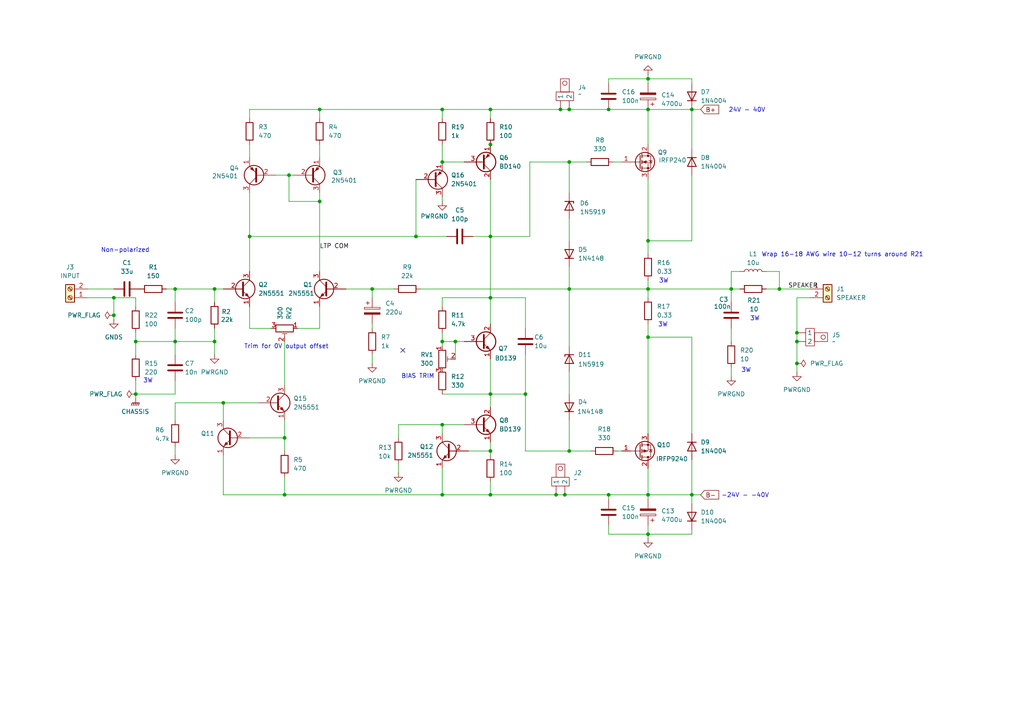
<source format=kicad_sch>
(kicad_sch (version 20231120) (generator "eeschema") (generator_version "8.0")
  (paper "A4")
  (lib_symbols
    (symbol "Connector:Screw_Terminal_01x02" (pin_names (offset 1.016) hide)
      (property "Reference" "J" (at 0 2.54 0))
      (property "Value" "Screw_Terminal_01x02" (at 0 -5.08 0))
      (symbol "Screw_Terminal_01x02_1_1"
        (rectangle (start -1.27 1.27) (end 1.27 -3.81) (stroke (width 0.254)) (fill (type background)))
        (circle (center 0 -2.54) (radius 0.635) (stroke (width 0.1524)))
        (polyline (pts (xy -0.5334 -2.2098) (xy 0.3302 -3.048)) (stroke (width 0.1524)))
        (polyline (pts (xy -0.5334 0.3302) (xy 0.3302 -0.508)) (stroke (width 0.1524)))
        (polyline (pts (xy -0.3556 -2.032) (xy 0.508 -2.8702)) (stroke (width 0.1524)))
        (polyline (pts (xy -0.3556 0.508) (xy 0.508 -0.3302)) (stroke (width 0.1524)))
        (circle (center 0 0) (radius 0.635) (stroke (width 0.1524)))
        (pin passive line (at -5.08 0 0) (length 3.81) (name "Pin_1") (number "1"))
        (pin passive line (at -5.08 -2.54 0) (length 3.81) (name "Pin_2") (number "2"))
      )
    )
    (symbol "Custom:2N5401" (pin_names (offset 0) hide)
      (property "Reference" "Q" (at 5.08 1.905 0))
      (property "Value" "2N5401" (at 5.08 0 0))
      (symbol "2N5401_0_1"
        (polyline (pts (xy 0.635 0.635) (xy 2.54 2.54)))
        (polyline (pts (xy 0.635 -0.635) (xy 2.54 -2.54) (xy 2.54 -2.54)))
        (polyline (pts (xy 0.635 1.905) (xy 0.635 -1.905) (xy 0.635 -1.905)) (stroke (width 0.508)))
        (polyline (pts (xy 2.286 -1.778) (xy 1.778 -2.286) (xy 1.27 -1.27) (xy 2.286 -1.778) (xy 2.286 -1.778)) (fill (type outline)))
        (circle (center 1.27 0) (radius 2.8194) (stroke (width 0.254)))
      )
      (symbol "2N5401_1_1"
        (pin passive line (at 2.54 -5.08 90) (length 2.54) (name "E") (number "1"))
        (pin input line (at -5.08 0 0) (length 5.715) (name "B") (number "2"))
        (pin passive line (at 2.54 5.08 270) (length 2.54) (name "C") (number "3"))
      )
    )
    (symbol "Custom:2N5551" (pin_names (offset 0) hide)
      (property "Reference" "Q" (at 5.08 1.905 0))
      (property "Value" "2N5551" (at 5.08 0 0))
      (symbol "2N5551_0_1"
        (polyline (pts (xy 0.635 0.635) (xy 2.54 2.54)))
        (polyline (pts (xy 0.635 -0.635) (xy 2.54 -2.54) (xy 2.54 -2.54)))
        (polyline (pts (xy 0.635 1.905) (xy 0.635 -1.905) (xy 0.635 -1.905)) (stroke (width 0.508)))
        (polyline (pts (xy 1.27 -1.778) (xy 1.778 -1.27) (xy 2.286 -2.286) (xy 1.27 -1.778) (xy 1.27 -1.778)) (fill (type outline)))
        (circle (center 1.27 0) (radius 2.8194) (stroke (width 0.254)))
      )
      (symbol "2N5551_1_1"
        (pin passive line (at 2.54 -5.08 90) (length 2.54) (name "E") (number "1"))
        (pin passive line (at -5.08 0 0) (length 5.715) (name "B") (number "2"))
        (pin passive line (at 2.54 5.08 270) (length 2.54) (name "C") (number "3"))
      )
    )
    (symbol "Custom:IRFP240" (pin_names hide)
      (property "Reference" "Q" (at 5.08 1.905 0))
      (property "Value" "IRFP240" (at 5.08 0 0))
      (symbol "IRFP240_0_1"
        (polyline (pts (xy 0.254 0) (xy -2.54 0)))
        (polyline (pts (xy 0.254 1.905) (xy 0.254 -1.905)) (stroke (width 0.254)))
        (polyline (pts (xy 0.762 -1.27) (xy 0.762 -2.286)) (stroke (width 0.254)))
        (polyline (pts (xy 0.762 0.508) (xy 0.762 -0.508)) (stroke (width 0.254)))
        (polyline (pts (xy 0.762 2.286) (xy 0.762 1.27)) (stroke (width 0.254)))
        (polyline (pts (xy 2.54 2.54) (xy 2.54 1.778)))
        (polyline (pts (xy 2.54 -2.54) (xy 2.54 0) (xy 0.762 0)))
        (polyline (pts (xy 0.762 -1.778) (xy 3.302 -1.778) (xy 3.302 1.778) (xy 0.762 1.778)))
        (polyline (pts (xy 1.016 0) (xy 2.032 0.381) (xy 2.032 -0.381) (xy 1.016 0)) (fill (type outline)))
        (polyline (pts (xy 2.794 0.508) (xy 2.921 0.381) (xy 3.683 0.381) (xy 3.81 0.254)))
        (polyline (pts (xy 3.302 0.381) (xy 2.921 -0.254) (xy 3.683 -0.254) (xy 3.302 0.381)))
        (circle (center 1.651 0) (radius 2.794) (stroke (width 0.254)))
        (circle (center 2.54 -1.778) (radius 0.254) (fill (type outline)))
        (circle (center 2.54 1.778) (radius 0.254) (fill (type outline)))
      )
      (symbol "IRFP240_1_1"
        (pin input line (at -5.08 0 0) (length 2.54) (name "G") (number "1"))
        (pin passive line (at 2.54 5.08 270) (length 2.54) (name "D") (number "2"))
        (pin passive line (at 2.54 -5.08 90) (length 2.54) (name "S") (number "3"))
      )
    )
    (symbol "Custom:IRFP9240" (pin_names hide)
      (property "Reference" "Q" (at 5.08 1.905 0))
      (property "Value" "IRFP9240" (at 5.08 0 0))
      (symbol "IRFP9240_0_1"
        (polyline (pts (xy 0.254 0) (xy -2.54 0)))
        (polyline (pts (xy 0.254 1.905) (xy 0.254 -1.905)) (stroke (width 0.254)))
        (polyline (pts (xy 0.762 -1.27) (xy 0.762 -2.286)) (stroke (width 0.254)))
        (polyline (pts (xy 0.762 0.508) (xy 0.762 -0.508)) (stroke (width 0.254)))
        (polyline (pts (xy 0.762 2.286) (xy 0.762 1.27)) (stroke (width 0.254)))
        (polyline (pts (xy 2.54 2.54) (xy 2.54 1.778)))
        (polyline (pts (xy 2.54 -2.54) (xy 2.54 0) (xy 0.762 0)))
        (polyline (pts (xy 0.762 1.778) (xy 3.302 1.778) (xy 3.302 -1.778) (xy 0.762 -1.778)))
        (polyline (pts (xy 2.286 0) (xy 1.27 0.381) (xy 1.27 -0.381) (xy 2.286 0)) (fill (type outline)))
        (polyline (pts (xy 2.794 -0.508) (xy 2.921 -0.381) (xy 3.683 -0.381) (xy 3.81 -0.254)))
        (polyline (pts (xy 3.302 -0.381) (xy 2.921 0.254) (xy 3.683 0.254) (xy 3.302 -0.381)))
        (circle (center 1.651 0) (radius 2.794) (stroke (width 0.254)))
        (circle (center 2.54 -1.778) (radius 0.254) (fill (type outline)))
        (circle (center 2.54 1.778) (radius 0.254) (fill (type outline)))
      )
      (symbol "IRFP9240_1_1"
        (pin input line (at -5.08 0 0) (length 2.54) (name "G") (number "1"))
        (pin passive line (at 2.54 5.08 270) (length 2.54) (name "D") (number "2"))
        (pin passive line (at 2.54 -5.08 90) (length 2.54) (name "S") (number "3"))
      )
    )
    (symbol "Custom:Spade_Connector" (pin_numbers hide)
      (property "Reference" "J" (at 0 2.54 0))
      (symbol "Spade_Connector_0_1"
        (rectangle (start -2.54 0) (end 0 -5.08))
        (rectangle (start 0 -1.27) (end 3.81 -3.81))
        (circle (center 2.54 -2.54) (radius 0.635))
      )
      (symbol "Spade_Connector_1_1"
        (pin passive line (at -5.08 -1.27 0) (length 2.54) (name "1") (number "1"))
        (pin passive line (at -5.08 -3.81 0) (length 2.54) (name "2") (number "2"))
      )
    )
    (symbol "Device:C" (pin_numbers hide) (pin_names (offset 0.254))
      (property "Reference" "C" (at 0.635 2.54 0))
      (property "Value" "C" (at 0.635 -2.54 0))
      (symbol "C_0_1"
        (polyline (pts (xy -2.032 -0.762) (xy 2.032 -0.762)) (stroke (width 0.508)))
        (polyline (pts (xy -2.032 0.762) (xy 2.032 0.762)) (stroke (width 0.508)))
      )
      (symbol "C_1_1"
        (pin passive line (at 0 3.81 270) (length 2.794) (name "~") (number "1"))
        (pin passive line (at 0 -3.81 90) (length 2.794) (name "~") (number "2"))
      )
    )
    (symbol "Device:C_Polarized" (pin_numbers hide) (pin_names (offset 0.254))
      (property "Reference" "C" (at 0.635 2.54 0))
      (property "Value" "C_Polarized" (at 0.635 -2.54 0))
      (symbol "C_Polarized_0_1"
        (rectangle (start -2.286 0.508) (end 2.286 1.016))
        (polyline (pts (xy -1.778 2.286) (xy -0.762 2.286)))
        (polyline (pts (xy -1.27 2.794) (xy -1.27 1.778)))
        (rectangle (start 2.286 -0.508) (end -2.286 -1.016) (fill (type outline)))
      )
      (symbol "C_Polarized_1_1"
        (pin passive line (at 0 3.81 270) (length 2.794) (name "~") (number "1"))
        (pin passive line (at 0 -3.81 90) (length 2.794) (name "~") (number "2"))
      )
    )
    (symbol "Device:D_Zener" (pin_numbers hide) (pin_names (offset 1.016) hide)
      (property "Reference" "D" (at 0 2.54 0))
      (property "Value" "D_Zener" (at 0 -2.54 0))
      (symbol "D_Zener_0_1"
        (polyline (pts (xy 1.27 0) (xy -1.27 0)))
        (polyline (pts (xy -1.27 -1.27) (xy -1.27 1.27) (xy -0.762 1.27)) (stroke (width 0.254)))
        (polyline (pts (xy 1.27 -1.27) (xy 1.27 1.27) (xy -1.27 0) (xy 1.27 -1.27)) (stroke (width 0.254)))
      )
      (symbol "D_Zener_1_1"
        (pin passive line (at -3.81 0 0) (length 2.54) (name "K") (number "1"))
        (pin passive line (at 3.81 0 180) (length 2.54) (name "A") (number "2"))
      )
    )
    (symbol "Device:L" (pin_numbers hide) (pin_names (offset 1.016) hide)
      (property "Reference" "L" (at -1.27 0 90))
      (property "Value" "L" (at 1.905 0 90))
      (symbol "L_0_1"
        (arc (start 0 -2.54) (mid 0.6323 -1.905) (end 0 -1.27))
        (arc (start 0 -1.27) (mid 0.6323 -0.635) (end 0 0))
        (arc (start 0 0) (mid 0.6323 0.635) (end 0 1.27))
        (arc (start 0 1.27) (mid 0.6323 1.905) (end 0 2.54))
      )
      (symbol "L_1_1"
        (pin passive line (at 0 3.81 270) (length 1.27) (name "1") (number "1"))
        (pin passive line (at 0 -3.81 90) (length 1.27) (name "2") (number "2"))
      )
    )
    (symbol "Device:R" (pin_numbers hide) (pin_names (offset 0))
      (property "Reference" "R" (at 2.032 0 90))
      (property "Value" "R" (at 0 0 90))
      (symbol "R_0_1"
        (rectangle (start -1.016 -2.54) (end 1.016 2.54) (stroke (width 0.254)))
      )
      (symbol "R_1_1"
        (pin passive line (at 0 3.81 270) (length 1.27) (name "~") (number "1"))
        (pin passive line (at 0 -3.81 90) (length 1.27) (name "~") (number "2"))
      )
    )
    (symbol "Device:R_Potentiometer_Trim" (pin_names (offset 1.016) hide)
      (property "Reference" "RV" (at -4.445 0 90))
      (property "Value" "R_Potentiometer_Trim" (at -2.54 0 90))
      (symbol "R_Potentiometer_Trim_0_1"
        (polyline (pts (xy 1.524 0.762) (xy 1.524 -0.762)))
        (polyline (pts (xy 2.54 0) (xy 1.524 0)))
        (rectangle (start 1.016 2.54) (end -1.016 -2.54) (stroke (width 0.254)))
      )
      (symbol "R_Potentiometer_Trim_1_1"
        (pin passive line (at 0 3.81 270) (length 1.27) (name "1") (number "1"))
        (pin passive line (at 3.81 0 180) (length 1.27) (name "2") (number "2"))
        (pin passive line (at 0 -3.81 90) (length 1.27) (name "3") (number "3"))
      )
    )
    (symbol "Diode:1N4004" (pin_numbers hide) (pin_names hide)
      (property "Reference" "D" (at 0 2.54 0))
      (property "Value" "1N4004" (at 0 -2.54 0))
      (symbol "1N4004_0_1"
        (polyline (pts (xy -1.27 1.27) (xy -1.27 -1.27)) (stroke (width 0.254)))
        (polyline (pts (xy 1.27 0) (xy -1.27 0)))
        (polyline (pts (xy 1.27 1.27) (xy 1.27 -1.27) (xy -1.27 0) (xy 1.27 1.27)) (stroke (width 0.254)))
      )
      (symbol "1N4004_1_1"
        (pin passive line (at -3.81 0 0) (length 2.54) (name "K") (number "1"))
        (pin passive line (at 3.81 0 180) (length 2.54) (name "A") (number "2"))
      )
    )
    (symbol "Diode:1N4148" (pin_numbers hide) (pin_names hide)
      (property "Reference" "D" (at 0 2.54 0))
      (property "Value" "1N4148" (at 0 -2.54 0))
      (symbol "1N4148_0_1"
        (polyline (pts (xy -1.27 1.27) (xy -1.27 -1.27)) (stroke (width 0.254)))
        (polyline (pts (xy 1.27 0) (xy -1.27 0)))
        (polyline (pts (xy 1.27 1.27) (xy 1.27 -1.27) (xy -1.27 0) (xy 1.27 1.27)) (stroke (width 0.254)))
      )
      (symbol "1N4148_1_1"
        (pin passive line (at -3.81 0 0) (length 2.54) (name "K") (number "1"))
        (pin passive line (at 3.81 0 180) (length 2.54) (name "A") (number "2"))
      )
    )
    (symbol "Transistor_BJT:BD139" (pin_names (offset 0) hide)
      (property "Reference" "Q" (at 5.08 1.905 0))
      (property "Value" "BD139" (at 5.08 0 0))
      (symbol "BD139_0_1"
        (polyline (pts (xy 0 0) (xy 0.635 0)))
        (polyline (pts (xy 2.54 -2.54) (xy 0.635 -0.635)))
        (polyline (pts (xy 2.54 2.54) (xy 0.635 0.635)))
        (polyline (pts (xy 0.635 1.905) (xy 0.635 -1.905) (xy 0.635 -1.905)) (stroke (width 0.508)) (fill (type outline)))
        (polyline (pts (xy 1.2446 -1.778) (xy 1.7526 -1.27) (xy 2.286 -2.286) (xy 1.2446 -1.778) (xy 1.2446 -1.778)) (fill (type outline)))
        (circle (center 1.27 0) (radius 2.8194) (stroke (width 0.3048)))
      )
      (symbol "BD139_1_1"
        (pin passive line (at 2.54 -5.08 90) (length 2.54) (name "E") (number "1"))
        (pin passive line (at 2.54 5.08 270) (length 2.54) (name "C") (number "2"))
        (pin input line (at -5.08 0 0) (length 5.08) (name "B") (number "3"))
      )
    )
    (symbol "Transistor_BJT:BD140" (pin_names (offset 0) hide)
      (property "Reference" "Q" (at 5.08 1.905 0))
      (property "Value" "BD140" (at 5.08 0 0))
      (symbol "BD140_0_1"
        (polyline (pts (xy 0 0) (xy 0.635 0)))
        (polyline (pts (xy 2.54 -2.54) (xy 0.635 -0.635)))
        (polyline (pts (xy 2.54 2.54) (xy 0.635 0.635)))
        (polyline (pts (xy 0.635 1.905) (xy 0.635 -1.905) (xy 0.635 -1.905)) (stroke (width 0.508)) (fill (type outline)))
        (polyline (pts (xy 1.778 -2.286) (xy 2.286 -1.778) (xy 1.27 -1.27) (xy 1.778 -2.286) (xy 1.778 -2.286)) (fill (type outline)))
        (circle (center 1.27 0) (radius 2.8194) (stroke (width 0.3048)))
      )
      (symbol "BD140_1_1"
        (pin passive line (at 2.54 -5.08 90) (length 2.54) (name "E") (number "1"))
        (pin passive line (at 2.54 5.08 270) (length 2.54) (name "C") (number "2"))
        (pin input line (at -5.08 0 0) (length 5.08) (name "B") (number "3"))
      )
    )
    (symbol "power:GND" (power) (pin_numbers hide) (pin_names (offset 0) hide)
      (property "Value" "GND" (at 0 -3.81 0))
      (symbol "GND_0_1"
        (polyline (pts (xy 0 0) (xy 0 -1.27) (xy 1.27 -1.27) (xy 0 -2.54) (xy -1.27 -1.27) (xy 0 -1.27)))
      )
      (symbol "GND_1_1"
        (pin power_in line (at 0 0 270) (length 0) (name "~") (number "1"))
      )
    )
    (symbol "power:GNDPWR" (power) (pin_numbers hide) (pin_names (offset 0) hide)
      (property "Value" "GNDPWR" (at 0 -3.302 0))
      (symbol "GNDPWR_0_1"
        (polyline (pts (xy 0 -1.27) (xy 0 0)))
        (polyline (pts (xy -1.016 -1.27) (xy -1.27 -2.032) (xy -1.27 -2.032)) (stroke (width 0.2032)))
        (polyline (pts (xy -0.508 -1.27) (xy -0.762 -2.032) (xy -0.762 -2.032)) (stroke (width 0.2032)))
        (polyline (pts (xy 0 -1.27) (xy -0.254 -2.032) (xy -0.254 -2.032)) (stroke (width 0.2032)))
        (polyline (pts (xy 0.508 -1.27) (xy 0.254 -2.032) (xy 0.254 -2.032)) (stroke (width 0.2032)))
        (polyline (pts (xy 1.016 -1.27) (xy -1.016 -1.27) (xy -1.016 -1.27)) (stroke (width 0.2032)))
        (polyline (pts (xy 1.016 -1.27) (xy 0.762 -2.032) (xy 0.762 -2.032) (xy 0.762 -2.032)) (stroke (width 0.2032)))
      )
      (symbol "GNDPWR_1_1"
        (pin power_in line (at 0 0 270) (length 0) (name "~") (number "1"))
      )
    )
    (symbol "power:PWR_FLAG" (power) (pin_numbers hide) (pin_names (offset 0) hide)
      (property "Value" "PWR_FLAG" (at 0 3.81 0))
      (symbol "PWR_FLAG_0_0"
        (pin power_out line (at 0 0 90) (length 0) (name "~") (number "1"))
      )
      (symbol "PWR_FLAG_0_1"
        (polyline (pts (xy 0 0) (xy 0 1.27) (xy -1.016 1.905) (xy 0 2.54) (xy 1.016 1.905) (xy 0 1.27)))
      )
    )
  )
  (junction (at 33.02 91.44))
  (junction (at 165.1 46.99))
  (junction (at 128.27 46.99))
  (junction (at 162.56 31.75))
  (junction (at 231.14 105.41))
  (junction (at 142.24 86.36))
  (junction (at 176.53 31.75))
  (junction (at 82.55 143.51))
  (junction (at 200.66 143.51))
  (junction (at 142.24 41.91))
  (junction (at 187.96 154.94))
  (junction (at 142.24 68.58))
  (junction (at 187.96 83.82))
  (junction (at 142.24 130.81))
  (junction (at 72.39 68.58))
  (junction (at 128.27 143.51))
  (junction (at 226.06 83.82))
  (junction (at 128.27 99.06))
  (junction (at 128.27 123.19))
  (junction (at 39.37 99.06))
  (junction (at 33.02 86.36))
  (junction (at 62.23 83.82))
  (junction (at 161.29 143.51))
  (junction (at 120.65 68.58))
  (junction (at 142.24 143.51))
  (junction (at 165.1 83.82))
  (junction (at 142.24 31.75))
  (junction (at 163.83 143.51))
  (junction (at 212.09 83.82))
  (junction (at 152.4 114.3))
  (junction (at 176.53 143.51))
  (junction (at 165.1 130.81))
  (junction (at 187.96 69.85))
  (junction (at 92.71 31.75))
  (junction (at 128.27 31.75))
  (junction (at 187.96 31.75))
  (junction (at 92.71 58.42))
  (junction (at 200.66 31.75))
  (junction (at 83.82 50.8))
  (junction (at 187.96 22.86))
  (junction (at 187.96 97.79))
  (junction (at 50.8 99.06))
  (junction (at 64.77 116.84))
  (junction (at 132.08 99.06))
  (junction (at 82.55 127))
  (junction (at 107.95 83.82))
  (junction (at 165.1 31.75))
  (junction (at 187.96 143.51))
  (junction (at 231.14 96.52))
  (junction (at 62.23 99.06))
  (junction (at 231.14 99.06))
  (junction (at 39.37 114.3))
  (junction (at 142.24 114.3))
  (junction (at 50.8 83.82))
  (no_connect (at 116.84 101.6))
  (wire (pts (xy 82.55 121.92) (xy 82.55 127)))
  (wire (pts (xy 83.82 50.8) (xy 85.09 50.8)))
  (wire (pts (xy 82.55 99.06) (xy 82.55 111.76)))
  (wire (pts (xy 33.02 86.36) (xy 33.02 91.44)))
  (wire (pts (xy 82.55 143.51) (xy 128.27 143.51)))
  (wire (pts (xy 142.24 43.18) (xy 142.24 41.91)))
  (wire (pts (xy 107.95 95.25) (xy 107.95 93.98)))
  (wire (pts (xy 165.1 121.92) (xy 165.1 130.81)))
  (wire (pts (xy 142.24 34.29) (xy 142.24 31.75)))
  (wire (pts (xy 176.53 154.94) (xy 187.96 154.94)))
  (wire (pts (xy 82.55 143.51) (xy 64.77 143.51)))
  (wire (pts (xy 50.8 99.06) (xy 50.8 102.87)))
  (wire (pts (xy 142.24 104.14) (xy 142.24 114.3)))
  (wire (pts (xy 74.93 116.84) (xy 64.77 116.84)))
  (wire (pts (xy 80.01 50.8) (xy 83.82 50.8)))
  (wire (pts (xy 50.8 83.82) (xy 50.8 87.63)))
  (wire (pts (xy 200.66 31.75) (xy 203.2 31.75)))
  (wire (pts (xy 62.23 83.82) (xy 64.77 83.82)))
  (wire (pts (xy 187.96 52.07) (xy 187.96 69.85)))
  (wire (pts (xy 120.65 68.58) (xy 129.54 68.58)))
  (wire (pts (xy 142.24 68.58) (xy 142.24 86.36)))
  (wire (pts (xy 72.39 31.75) (xy 92.71 31.75)))
  (wire (pts (xy 231.14 86.36) (xy 231.14 96.52)))
  (wire (pts (xy 200.66 31.75) (xy 200.66 43.18)))
  (wire (pts (xy 142.24 130.81) (xy 142.24 132.08)))
  (wire (pts (xy 187.96 83.82) (xy 212.09 83.82)))
  (wire (pts (xy 222.25 78.74) (xy 226.06 78.74)))
  (wire (pts (xy 187.96 21.59) (xy 187.96 22.86)))
  (wire (pts (xy 92.71 58.42) (xy 92.71 78.74)))
  (wire (pts (xy 187.96 83.82) (xy 187.96 86.36)))
  (wire (pts (xy 72.39 34.29) (xy 72.39 31.75)))
  (wire (pts (xy 187.96 135.89) (xy 187.96 143.51)))
  (wire (pts (xy 132.08 99.06) (xy 132.08 104.14)))
  (wire (pts (xy 212.09 106.68) (xy 212.09 109.22)))
  (wire (pts (xy 62.23 99.06) (xy 62.23 95.25)))
  (wire (pts (xy 39.37 114.3) (xy 39.37 115.57)))
  (wire (pts (xy 142.24 31.75) (xy 162.56 31.75)))
  (wire (pts (xy 135.89 130.81) (xy 142.24 130.81)))
  (wire (pts (xy 187.96 97.79) (xy 187.96 125.73)))
  (wire (pts (xy 212.09 78.74) (xy 212.09 83.82)))
  (wire (pts (xy 153.67 46.99) (xy 165.1 46.99)))
  (wire (pts (xy 165.1 46.99) (xy 170.18 46.99)))
  (wire (pts (xy 72.39 68.58) (xy 72.39 78.74)))
  (wire (pts (xy 187.96 22.86) (xy 187.96 24.13)))
  (wire (pts (xy 50.8 99.06) (xy 62.23 99.06)))
  (wire (pts (xy 200.66 133.35) (xy 200.66 143.51)))
  (wire (pts (xy 92.71 55.88) (xy 92.71 58.42)))
  (wire (pts (xy 62.23 99.06) (xy 62.23 102.87)))
  (wire (pts (xy 128.27 96.52) (xy 128.27 99.06)))
  (wire (pts (xy 187.96 156.21) (xy 187.96 154.94)))
  (wire (pts (xy 128.27 100.33) (xy 128.27 99.06)))
  (wire (pts (xy 187.96 22.86) (xy 200.66 22.86)))
  (wire (pts (xy 214.63 78.74) (xy 212.09 78.74)))
  (wire (pts (xy 48.26 83.82) (xy 50.8 83.82)))
  (wire (pts (xy 128.27 86.36) (xy 142.24 86.36)))
  (wire (pts (xy 163.83 143.51) (xy 176.53 143.51)))
  (wire (pts (xy 72.39 41.91) (xy 72.39 45.72)))
  (wire (pts (xy 187.96 31.75) (xy 200.66 31.75)))
  (wire (pts (xy 142.24 139.7) (xy 142.24 143.51)))
  (wire (pts (xy 161.29 143.51) (xy 163.83 143.51)))
  (wire (pts (xy 142.24 86.36) (xy 142.24 93.98)))
  (wire (pts (xy 212.09 95.25) (xy 212.09 99.06)))
  (wire (pts (xy 187.96 154.94) (xy 200.66 154.94)))
  (wire (pts (xy 50.8 116.84) (xy 64.77 116.84)))
  (wire (pts (xy 62.23 83.82) (xy 62.23 87.63)))
  (wire (pts (xy 187.96 69.85) (xy 187.96 73.66)))
  (wire (pts (xy 50.8 121.92) (xy 50.8 116.84)))
  (wire (pts (xy 128.27 123.19) (xy 128.27 125.73)))
  (wire (pts (xy 234.95 86.36) (xy 231.14 86.36)))
  (wire (pts (xy 128.27 31.75) (xy 128.27 34.29)))
  (wire (pts (xy 231.14 105.41) (xy 231.14 107.95)))
  (wire (pts (xy 39.37 88.9) (xy 39.37 86.36)))
  (wire (pts (xy 179.07 130.81) (xy 180.34 130.81)))
  (wire (pts (xy 200.66 125.73) (xy 200.66 97.79)))
  (wire (pts (xy 152.4 130.81) (xy 165.1 130.81)))
  (wire (pts (xy 187.96 144.78) (xy 187.96 143.51)))
  (wire (pts (xy 231.14 99.06) (xy 231.14 105.41)))
  (wire (pts (xy 152.4 102.87) (xy 152.4 114.3)))
  (wire (pts (xy 176.53 22.86) (xy 176.53 24.13)))
  (wire (pts (xy 128.27 114.3) (xy 142.24 114.3)))
  (wire (pts (xy 128.27 57.15) (xy 128.27 58.42)))
  (wire (pts (xy 128.27 88.9) (xy 128.27 86.36)))
  (wire (pts (xy 142.24 118.11) (xy 142.24 114.3)))
  (wire (pts (xy 165.1 31.75) (xy 176.53 31.75)))
  (wire (pts (xy 72.39 127) (xy 82.55 127)))
  (wire (pts (xy 226.06 83.82) (xy 234.95 83.82)))
  (wire (pts (xy 128.27 31.75) (xy 92.71 31.75)))
  (wire (pts (xy 107.95 83.82) (xy 107.95 86.36)))
  (wire (pts (xy 177.8 46.99) (xy 180.34 46.99)))
  (wire (pts (xy 25.4 86.36) (xy 33.02 86.36)))
  (wire (pts (xy 142.24 114.3) (xy 152.4 114.3)))
  (wire (pts (xy 165.1 83.82) (xy 165.1 100.33)))
  (wire (pts (xy 226.06 78.74) (xy 226.06 83.82)))
  (wire (pts (xy 176.53 143.51) (xy 187.96 143.51)))
  (wire (pts (xy 142.24 68.58) (xy 153.67 68.58)))
  (wire (pts (xy 187.96 31.75) (xy 187.96 41.91)))
  (wire (pts (xy 187.96 81.28) (xy 187.96 83.82)))
  (wire (pts (xy 50.8 129.54) (xy 50.8 132.08)))
  (wire (pts (xy 100.33 83.82) (xy 107.95 83.82)))
  (wire (pts (xy 82.55 138.43) (xy 82.55 143.51)))
  (wire (pts (xy 121.92 83.82) (xy 165.1 83.82)))
  (wire (pts (xy 128.27 135.89) (xy 128.27 143.51)))
  (wire (pts (xy 176.53 144.78) (xy 176.53 143.51)))
  (wire (pts (xy 176.53 31.75) (xy 187.96 31.75)))
  (wire (pts (xy 187.96 97.79) (xy 200.66 97.79)))
  (wire (pts (xy 82.55 130.81) (xy 82.55 127)))
  (wire (pts (xy 92.71 41.91) (xy 92.71 45.72)))
  (wire (pts (xy 142.24 143.51) (xy 128.27 143.51)))
  (wire (pts (xy 142.24 31.75) (xy 128.27 31.75)))
  (wire (pts (xy 25.4 83.82) (xy 33.02 83.82)))
  (wire (pts (xy 64.77 132.08) (xy 64.77 143.51)))
  (wire (pts (xy 165.1 63.5) (xy 165.1 69.85)))
  (wire (pts (xy 165.1 130.81) (xy 171.45 130.81)))
  (wire (pts (xy 176.53 154.94) (xy 176.53 152.4)))
  (wire (pts (xy 152.4 95.25) (xy 152.4 86.36)))
  (wire (pts (xy 142.24 52.07) (xy 142.24 68.58)))
  (wire (pts (xy 152.4 114.3) (xy 152.4 130.81)))
  (wire (pts (xy 165.1 46.99) (xy 165.1 55.88)))
  (wire (pts (xy 120.65 52.07) (xy 120.65 68.58)))
  (wire (pts (xy 128.27 41.91) (xy 128.27 46.99)))
  (wire (pts (xy 107.95 83.82) (xy 114.3 83.82)))
  (wire (pts (xy 39.37 110.49) (xy 39.37 114.3)))
  (wire (pts (xy 107.95 102.87) (xy 107.95 105.41)))
  (wire (pts (xy 137.16 68.58) (xy 142.24 68.58)))
  (wire (pts (xy 165.1 107.95) (xy 165.1 114.3)))
  (wire (pts (xy 33.02 86.36) (xy 39.37 86.36)))
  (wire (pts (xy 39.37 114.3) (xy 50.8 114.3)))
  (wire (pts (xy 72.39 88.9) (xy 72.39 95.25)))
  (wire (pts (xy 134.62 123.19) (xy 128.27 123.19)))
  (wire (pts (xy 39.37 99.06) (xy 50.8 99.06)))
  (wire (pts (xy 142.24 128.27) (xy 142.24 130.81)))
  (wire (pts (xy 222.25 83.82) (xy 226.06 83.82)))
  (wire (pts (xy 50.8 83.82) (xy 62.23 83.82)))
  (wire (pts (xy 142.24 143.51) (xy 161.29 143.51)))
  (wire (pts (xy 128.27 99.06) (xy 132.08 99.06)))
  (wire (pts (xy 128.27 107.95) (xy 128.27 106.68)))
  (wire (pts (xy 187.96 143.51) (xy 200.66 143.51)))
  (wire (pts (xy 92.71 95.25) (xy 92.71 88.9)))
  (wire (pts (xy 153.67 46.99) (xy 153.67 68.58)))
  (wire (pts (xy 165.1 77.47) (xy 165.1 83.82)))
  (wire (pts (xy 86.36 95.25) (xy 92.71 95.25)))
  (wire (pts (xy 200.66 143.51) (xy 200.66 146.05)))
  (wire (pts (xy 64.77 116.84) (xy 64.77 121.92)))
  (wire (pts (xy 72.39 68.58) (xy 120.65 68.58)))
  (wire (pts (xy 50.8 95.25) (xy 50.8 99.06)))
  (wire (pts (xy 50.8 110.49) (xy 50.8 114.3)))
  (wire (pts (xy 33.02 91.44) (xy 33.02 92.71)))
  (wire (pts (xy 212.09 83.82) (xy 214.63 83.82)))
  (wire (pts (xy 231.14 96.52) (xy 231.14 99.06)))
  (wire (pts (xy 92.71 31.75) (xy 92.71 34.29)))
  (wire (pts (xy 142.24 86.36) (xy 152.4 86.36)))
  (wire (pts (xy 39.37 96.52) (xy 39.37 99.06)))
  (wire (pts (xy 187.96 93.98) (xy 187.96 97.79)))
  (wire (pts (xy 115.57 127) (xy 115.57 123.19)))
  (wire (pts (xy 83.82 58.42) (xy 92.71 58.42)))
  (wire (pts (xy 162.56 31.75) (xy 165.1 31.75)))
  (wire (pts (xy 132.08 99.06) (xy 134.62 99.06)))
  (wire (pts (xy 39.37 102.87) (xy 39.37 99.06)))
  (wire (pts (xy 200.66 153.67) (xy 200.66 154.94)))
  (wire (pts (xy 200.66 69.85) (xy 187.96 69.85)))
  (wire (pts (xy 115.57 134.62) (xy 115.57 137.16)))
  (wire (pts (xy 187.96 154.94) (xy 187.96 152.4)))
  (wire (pts (xy 128.27 46.99) (xy 134.62 46.99)))
  (wire (pts (xy 200.66 143.51) (xy 203.2 143.51)))
  (wire (pts (xy 83.82 50.8) (xy 83.82 58.42)))
  (wire (pts (xy 115.57 123.19) (xy 128.27 123.19)))
  (wire (pts (xy 72.39 55.88) (xy 72.39 68.58)))
  (wire (pts (xy 200.66 24.13) (xy 200.66 22.86)))
  (wire (pts (xy 165.1 83.82) (xy 187.96 83.82)))
  (wire (pts (xy 200.66 50.8) (xy 200.66 69.85)))
  (wire (pts (xy 212.09 83.82) (xy 212.09 87.63)))
  (wire (pts (xy 72.39 95.25) (xy 78.74 95.25)))
  (wire (pts (xy 176.53 22.86) (xy 187.96 22.86)))
  (text "Wrap 16-18 AWG wire 10-12 turns around R21" (at 244.348 73.914 0) (effects (font (size 1.27 1.27))))
  (text "Trim for 0V output offset" (at 83.058 100.584 0) (effects (font (size 1.27 1.27))))
  (text "3W" (at 216.408 107.442 0) (effects (font (size 1.27 1.27))))
  (text "3W" (at 42.926 110.49 0) (effects (font (size 1.27 1.27))))
  (text "3W" (at 192.532 81.534 0) (effects (font (size 1.27 1.27))))
  (text "BIAS TRIM \n" (at 121.666 109.22 0) (effects (font (size 1.27 1.27))))
  (text "-24V - -40V" (at 216.154 143.764 0) (effects (font (size 1.27 1.27))))
  (text "24V - 40V" (at 216.662 32.004 0) (effects (font (size 1.27 1.27))))
  (text "3W" (at 192.278 94.234 0) (effects (font (size 1.27 1.27))))
  (text "3W" (at 218.948 92.456 0) (effects (font (size 1.27 1.27))))
  (text "Non-polarized" (at 36.322 72.644 0) (effects (font (size 1.27 1.27))))
  (label "LTP COM" (at 92.71 72.39 0))
  (label "SPEAKER" (at 228.6 83.82 0))
  (global_label "B-" (shape input) (at 203.2 143.51 0) (property "Intersheetrefs" "${INTERSHEET_REFS}" (effects (hide yes))))
  (global_label "B+" (shape input) (at 203.2 31.75 0) (property "Intersheetrefs" "${INTERSHEET_REFS}" (effects (hide yes))))
  (symbol (lib_id "Device:R") (at 187.96 77.47 0) (unit 1)
    (property "Reference" "R16" (at 190.5 76.1999 0) (effects (justify left)))
    (property "Value" "0.33" (at 190.5 78.7399 0) (effects (justify left)))
    (property "Footprint" "Resistor_THT:R_Axial_DIN0414_L11.9mm_D4.5mm_P15.24mm_Horizontal" (effects (hide yes)))
    (property "Description" "Resistor" (effects (hide yes)))
  )
  (symbol (lib_id "Custom:2N5401") (at 74.93 50.8 180) (unit 1)
    (property "Reference" "Q4" (at 69.342 48.768 0) (effects (justify left)))
    (property "Value" "2N5401" (at 69.088 51.054 0) (effects (justify left)))
    (property "Footprint" "Package_TO_SOT_THT:TO-92_Wide" (effects (hide yes)))
    (property "Datasheet" "https://www.onsemi.com/pub/Collateral/2N3906-D.PDF" (effects (hide yes)))
    (property "Description" "-0.2A Ic, -40V Vce, Small Signal PNP Transistor, TO-92" (effects (hide yes)))
  )
  (symbol (lib_id "Custom:2N5551") (at 130.81 130.81 0) (mirror y) (unit 1)
    (property "Reference" "Q12" (at 125.73 129.5399 0) (effects (justify left)))
    (property "Value" "2N5551" (at 125.73 132.0799 0) (effects (justify left)))
    (property "Footprint" "Package_TO_SOT_THT:TO-92_Wide" (effects (hide yes)))
    (property "Datasheet" "https://www.onsemi.com/pub/Collateral/2N3903-D.PDF" (effects (hide yes)))
    (property "Description" "0.2A Ic, 40V Vce, Small Signal NPN Transistor, TO-92" (effects (hide yes)))
  )
  (symbol (lib_id "power:PWR_FLAG") (at 231.14 105.41 270) (unit 1)
    (property "Reference" "#FLG03" (effects (hide yes)))
    (property "Value" "PWR_FLAG" (at 234.95 105.4099 90) (effects (justify left)))
    (property "Description" "Special symbol for telling ERC where power comes from" (effects (hide yes)))
  )
  (symbol (lib_id "Custom:2N5551") (at 67.31 127 0) (mirror y) (unit 1)
    (property "Reference" "Q11" (at 62.23 125.7299 0) (effects (justify left)))
    (property "Value" "2N5551" (effects (hide yes)))
    (property "Footprint" "Package_TO_SOT_THT:TO-92_Wide" (effects (hide yes)))
    (property "Datasheet" "https://www.onsemi.com/pub/Collateral/2N3903-D.PDF" (effects (hide yes)))
    (property "Description" "0.2A Ic, 40V Vce, Small Signal NPN Transistor, TO-92" (effects (hide yes)))
  )
  (symbol (lib_id "Diode:1N4004") (at 200.66 149.86 90) (unit 1)
    (property "Reference" "D10" (at 203.2 148.5899 90) (effects (justify right)))
    (property "Value" "1N4004" (at 203.2 151.1299 90) (effects (justify right)))
    (property "Footprint" "Diode_THT:D_DO-41_SOD81_P10.16mm_Horizontal" (effects (hide yes)))
    (property "Datasheet" "http://www.vishay.com/docs/88503/1n4001.pdf" (effects (hide yes)))
    (property "Description" "400V 1A General Purpose Rectifier Diode, DO-41" (effects (hide yes)))
    (property "Sim.Device" "D" (effects (hide yes)))
    (property "Sim.Pins" "1=K 2=A" (effects (hide yes)))
  )
  (symbol (lib_id "Device:R") (at 39.37 92.71 0) (unit 1)
    (property "Reference" "R22" (at 41.91 91.4399 0) (effects (justify left)))
    (property "Value" "100" (at 41.91 93.9799 0) (effects (justify left)))
    (property "Footprint" "Resistor_THT:R_Axial_DIN0204_L3.6mm_D1.6mm_P7.62mm_Horizontal" (effects (hide yes)))
    (property "Description" "Resistor" (effects (hide yes)))
  )
  (symbol (lib_id "Transistor_BJT:BD140") (at 139.7 46.99 0) (mirror x) (unit 1)
    (property "Reference" "Q6" (at 144.78 45.7199 0) (effects (justify left)))
    (property "Value" "BD140" (at 144.78 48.2599 0) (effects (justify left)))
    (property "Footprint" "Package_TO_SOT_THT:TO-126-3_Vertical" (effects (hide yes)))
    (property "Datasheet" "http://www.st.com/internet/com/TECHNICAL_RESOURCES/TECHNICAL_LITERATURE/DATASHEET/CD00001225.pdf" (effects (hide yes)))
    (property "Description" "1.5A Ic, 80V Vce, Low Voltage Transistor, TO-126" (effects (hide yes)))
  )
  (symbol (lib_id "Diode:1N4148") (at 165.1 73.66 90) (unit 1)
    (property "Reference" "D5" (at 167.64 72.3899 90) (effects (justify right)))
    (property "Value" "1N4148" (at 167.64 74.9299 90) (effects (justify right)))
    (property "Footprint" "Diode_THT:D_DO-35_SOD27_P7.62mm_Horizontal" (effects (hide yes)))
    (property "Datasheet" "https://assets.nexperia.com/documents/data-sheet/1N4148_1N4448.pdf" (effects (hide yes)))
    (property "Description" "100V 0.15A standard switching diode, DO-35" (effects (hide yes)))
    (property "Sim.Device" "D" (effects (hide yes)))
    (property "Sim.Pins" "1=K 2=A" (effects (hide yes)))
  )
  (symbol (lib_id "Device:C_Polarized") (at 187.96 148.59 180) (unit 1)
    (property "Reference" "C13" (at 191.77 148.2089 0) (effects (justify right)))
    (property "Value" "4700u" (at 191.77 150.7489 0) (effects (justify right)))
    (property "Footprint" "Capacitor_THT:CP_Radial_D18.0mm_P7.50mm" (effects (hide yes)))
    (property "Description" "Polarized capacitor" (effects (hide yes)))
  )
  (symbol (lib_id "Device:C") (at 36.83 83.82 90) (unit 1)
    (property "Reference" "C1" (at 36.83 76.2 90))
    (property "Value" "33u" (at 36.83 78.74 90))
    (property "Footprint" "Capacitor_THT:CP_Radial_D4.0mm_P2.00mm" (effects (hide yes)))
    (property "Description" "Unpolarized capacitor" (effects (hide yes)))
  )
  (symbol (lib_id "Device:R_Potentiometer_Trim") (at 82.55 95.25 270) (unit 1)
    (property "Reference" "RV2" (at 83.8201 92.71 0) (effects (justify right)))
    (property "Value" "300" (at 81.2801 92.71 0) (effects (justify right)))
    (property "Footprint" "footprints:TRIM_T93YA103KT20" (effects (hide yes)))
    (property "Description" "Trim-potentiometer" (effects (hide yes)))
  )
  (symbol (lib_id "Device:R_Potentiometer_Trim") (at 128.27 104.14 0) (unit 1)
    (property "Reference" "RV1" (at 125.73 102.8699 0) (effects (justify right)))
    (property "Value" "300" (at 125.73 105.4099 0) (effects (justify right)))
    (property "Footprint" "footprints:TRIM_T93YA103KT20" (effects (hide yes)))
    (property "Description" "Trim-potentiometer" (effects (hide yes)))
  )
  (symbol (lib_id "Device:R") (at 187.96 90.17 0) (unit 1)
    (property "Reference" "R17" (at 190.5 88.8999 0) (effects (justify left)))
    (property "Value" "0.33" (at 190.5 91.4399 0) (effects (justify left)))
    (property "Footprint" "Resistor_THT:R_Axial_DIN0414_L11.9mm_D4.5mm_P15.24mm_Horizontal" (effects (hide yes)))
    (property "Description" "Resistor" (effects (hide yes)))
  )
  (symbol (lib_id "Device:R") (at 173.99 46.99 90) (unit 1)
    (property "Reference" "R8" (at 173.99 40.64 90))
    (property "Value" "330" (at 173.99 43.18 90))
    (property "Footprint" "Resistor_THT:R_Axial_DIN0204_L3.6mm_D1.6mm_P7.62mm_Horizontal" (effects (hide yes)))
    (property "Description" "Resistor" (effects (hide yes)))
  )
  (symbol (lib_id "Diode:1N4004") (at 200.66 46.99 270) (unit 1)
    (property "Reference" "D8" (at 203.2 45.7199 90) (effects (justify left)))
    (property "Value" "1N4004" (at 203.2 48.2599 90) (effects (justify left)))
    (property "Footprint" "Diode_THT:D_DO-41_SOD81_P10.16mm_Horizontal" (effects (hide yes)))
    (property "Datasheet" "http://www.vishay.com/docs/88503/1n4001.pdf" (effects (hide yes)))
    (property "Description" "400V 1A General Purpose Rectifier Diode, DO-41" (effects (hide yes)))
    (property "Sim.Device" "D" (effects (hide yes)))
    (property "Sim.Pins" "1=K 2=A" (effects (hide yes)))
  )
  (symbol (lib_id "Custom:Spade_Connector") (at 160.02 138.43 90) (unit 1)
    (property "Reference" "J2" (at 166.37 137.1599 90) (effects (justify right)))
    (property "Value" "~" (at 166.37 139.065 90) (effects (justify right)))
    (property "Footprint" "footprints:Spade Connector" (effects (hide yes)))
  )
  (symbol (lib_id "power:GND") (at 231.14 107.95 0) (unit 1)
    (property "Reference" "#PWR07" (effects (hide yes)))
    (property "Value" "PWRGND" (at 231.14 113.03 0))
    (property "Description" "Power symbol creates a global label with name \"GND\" , ground" (effects (hide yes)))
  )
  (symbol (lib_id "Device:C") (at 50.8 91.44 0) (unit 1)
    (property "Reference" "C2" (at 53.594 90.17 0) (effects (justify left)))
    (property "Value" "100p" (at 53.594 92.71 0) (effects (justify left)))
    (property "Footprint" "Capacitor_THT:C_Rect_L7.2mm_W3.0mm_P5.00mm_FKS2_FKP2_MKS2_MKP2" (effects (hide yes)))
    (property "Description" "Unpolarized capacitor" (effects (hide yes)))
  )
  (symbol (lib_id "Device:R") (at 218.44 83.82 90) (unit 1)
    (property "Reference" "R21" (at 218.694 87.122 90))
    (property "Value" "10" (at 218.694 89.662 90))
    (property "Footprint" "Resistor_THT:R_Axial_DIN0414_L11.9mm_D4.5mm_P15.24mm_Horizontal" (effects (hide yes)))
    (property "Description" "Resistor" (effects (hide yes)))
  )
  (symbol (lib_id "Custom:Spade_Connector") (at 161.29 26.67 90) (unit 1)
    (property "Reference" "J4" (at 167.64 25.3999 90) (effects (justify right)))
    (property "Value" "~" (at 167.64 27.305 90) (effects (justify right)))
    (property "Footprint" "footprints:Spade Connector" (effects (hide yes)))
  )
  (symbol (lib_id "Device:R") (at 50.8 125.73 0) (unit 1)
    (property "Reference" "R6" (at 44.958 124.714 0) (effects (justify left)))
    (property "Value" "4.7k" (at 44.958 127.254 0) (effects (justify left)))
    (property "Footprint" "Resistor_THT:R_Axial_DIN0204_L3.6mm_D1.6mm_P7.62mm_Horizontal" (effects (hide yes)))
    (property "Description" "Resistor" (effects (hide yes)))
  )
  (symbol (lib_id "Device:C") (at 176.53 148.59 0) (unit 1)
    (property "Reference" "C15" (at 180.34 147.3199 0) (effects (justify left)))
    (property "Value" "100n" (at 180.34 149.8599 0) (effects (justify left)))
    (property "Footprint" "Capacitor_THT:C_Rect_L7.2mm_W3.0mm_P5.00mm_FKS2_FKP2_MKS2_MKP2" (effects (hide yes)))
    (property "Description" "Unpolarized capacitor" (effects (hide yes)))
  )
  (symbol (lib_id "Device:R") (at 142.24 135.89 0) (unit 1)
    (property "Reference" "R14" (at 144.78 134.6199 0) (effects (justify left)))
    (property "Value" "100" (at 144.78 137.1599 0) (effects (justify left)))
    (property "Footprint" "Resistor_THT:R_Axial_DIN0204_L3.6mm_D1.6mm_P7.62mm_Horizontal" (effects (hide yes)))
    (property "Description" "Resistor" (effects (hide yes)))
  )
  (symbol (lib_id "Device:R") (at 118.11 83.82 90) (unit 1)
    (property "Reference" "R9" (at 118.11 77.47 90))
    (property "Value" "22k" (at 118.11 80.01 90))
    (property "Footprint" "Resistor_THT:R_Axial_DIN0204_L3.6mm_D1.6mm_P7.62mm_Horizontal" (effects (hide yes)))
    (property "Description" "Resistor" (effects (hide yes)))
  )
  (symbol (lib_id "Custom:2N5551") (at 69.85 83.82 0) (unit 1)
    (property "Reference" "Q2" (at 74.93 82.5499 0) (effects (justify left)))
    (property "Value" "2N5551" (at 74.93 85.0899 0) (effects (justify left)))
    (property "Footprint" "Package_TO_SOT_THT:TO-92_Wide" (effects (hide yes)))
    (property "Datasheet" "https://www.onsemi.com/pub/Collateral/2N3903-D.PDF" (effects (hide yes)))
    (property "Description" "0.2A Ic, 40V Vce, Small Signal NPN Transistor, TO-92" (effects (hide yes)))
  )
  (symbol (lib_id "Device:R") (at 128.27 92.71 0) (unit 1)
    (property "Reference" "R11" (at 130.81 91.4399 0) (effects (justify left)))
    (property "Value" "4.7k" (at 130.81 93.9799 0) (effects (justify left)))
    (property "Footprint" "Resistor_THT:R_Axial_DIN0207_L6.3mm_D2.5mm_P2.54mm_Vertical" (effects (hide yes)))
    (property "Description" "Resistor" (effects (hide yes)))
  )
  (symbol (lib_id "power:GND") (at 128.27 58.42 0) (unit 1)
    (property "Reference" "#PWR08" (effects (hide yes)))
    (property "Value" "PWRGND" (at 125.984 62.738 0))
    (property "Description" "Power symbol creates a global label with name \"GND\" , ground" (effects (hide yes)))
  )
  (symbol (lib_id "Device:D_Zener") (at 165.1 104.14 90) (mirror x) (unit 1)
    (property "Reference" "D11" (at 167.64 102.87 90) (effects (justify right)))
    (property "Value" "1N5919" (at 167.64 105.664 90) (effects (justify right)))
    (property "Footprint" "Diode_THT:D_DO-41_SOD81_P10.16mm_Horizontal" (effects (hide yes)))
    (property "Description" "Zener diode" (effects (hide yes)))
  )
  (symbol (lib_id "Custom:IRFP9240") (at 185.42 130.81 0) (mirror x) (unit 1)
    (property "Reference" "Q10" (at 190.5 129.032 0) (effects (justify left)))
    (property "Value" "IRFP9240" (at 190.246 133.096 0) (effects (justify left)))
    (property "Footprint" "Package_TO_SOT_THT:TO-247-3_Vertical" (effects (hide yes)))
    (property "Datasheet" "http://www.irf.com/product-info/datasheets/data/irf9540n.pdf" (effects (hide yes)))
    (property "Description" "-23A Id, -100V Vds, 117mOhm Rds, P-Channel HEXFET Power MOSFET, TO-220" (effects (hide yes)))
  )
  (symbol (lib_id "Connector:Screw_Terminal_01x02") (at 20.32 86.36 180) (unit 1)
    (property "Reference" "J3" (at 20.32 77.47 0))
    (property "Value" "INPUT" (at 20.32 80.01 0))
    (property "Footprint" "TerminalBlock_4Ucon:TerminalBlock_4Ucon_1x02_P3.50mm_Horizontal" (effects (hide yes)))
  )
  (symbol (lib_id "Custom:IRFP240") (at 185.42 46.99 0) (unit 1)
    (property "Reference" "Q9" (at 190.754 44.196 0) (effects (justify left)))
    (property "Value" "IRFP240" (at 191.008 46.482 0) (effects (justify left)))
    (property "Footprint" "Package_TO_SOT_THT:TO-247-3_Vertical" (effects (hide yes)))
    (property "Datasheet" "https://www.infineon.com/dgdl/irfp4468pbf.pdf?fileId=5546d462533600a40153562c73472019" (effects (hide yes)))
    (property "Description" "195A Id, 100V Vds, N-Channel Power MOSFET, TO-247" (effects (hide yes)))
  )
  (symbol (lib_id "Device:R") (at 72.39 38.1 0) (unit 1)
    (property "Reference" "R3" (at 74.93 36.8299 0) (effects (justify left)))
    (property "Value" "470" (at 74.93 39.3699 0) (effects (justify left)))
    (property "Footprint" "Resistor_THT:R_Axial_DIN0204_L3.6mm_D1.6mm_P7.62mm_Horizontal" (effects (hide yes)))
    (property "Description" "Resistor" (effects (hide yes)))
  )
  (symbol (lib_id "power:GND") (at 62.23 102.87 0) (unit 1)
    (property "Reference" "#PWR01" (effects (hide yes)))
    (property "Value" "PWRGND" (at 62.23 107.95 0))
    (property "Description" "Power symbol creates a global label with name \"GND\" , ground" (effects (hide yes)))
  )
  (symbol (lib_id "Device:C") (at 152.4 99.06 0) (unit 1)
    (property "Reference" "C6" (at 154.94 97.79 0) (effects (justify left)))
    (property "Value" "10u" (at 154.94 100.33 0) (effects (justify left)))
    (property "Footprint" "Capacitor_THT:CP_Radial_D4.0mm_P2.00mm" (effects (hide yes)))
    (property "Description" "Unpolarized capacitor" (effects (hide yes)))
  )
  (symbol (lib_id "power:GND") (at 115.57 137.16 0) (unit 1)
    (property "Reference" "#PWR04" (effects (hide yes)))
    (property "Value" "PWRGND" (at 115.57 142.24 0))
    (property "Description" "Power symbol creates a global label with name \"GND\" , ground" (effects (hide yes)))
  )
  (symbol (lib_id "Device:L") (at 218.44 78.74 90) (unit 1) (on_board no)
    (property "Reference" "L1" (at 218.44 73.66 90))
    (property "Value" "10u" (at 218.44 76.2 90))
    (property "Footprint" "Capacitor_THT:CP_Radial_D4.0mm_P1.50mm" (effects (hide yes)))
    (property "Description" "Inductor" (effects (hide yes)))
  )
  (symbol (lib_id "Device:R") (at 175.26 130.81 90) (unit 1)
    (property "Reference" "R18" (at 175.26 124.46 90))
    (property "Value" "330" (at 175.26 127 90))
    (property "Footprint" "Resistor_THT:R_Axial_DIN0204_L3.6mm_D1.6mm_P7.62mm_Horizontal" (effects (hide yes)))
    (property "Description" "Resistor" (effects (hide yes)))
  )
  (symbol (lib_id "Device:C") (at 176.53 27.94 0) (unit 1)
    (property "Reference" "C16" (at 180.34 26.6699 0) (effects (justify left)))
    (property "Value" "100n" (at 180.34 29.2099 0) (effects (justify left)))
    (property "Footprint" "Capacitor_THT:C_Rect_L7.2mm_W3.0mm_P5.00mm_FKS2_FKP2_MKS2_MKP2" (effects (hide yes)))
    (property "Description" "Unpolarized capacitor" (effects (hide yes)))
  )
  (symbol (lib_id "Custom:2N5551") (at 95.25 83.82 0) (mirror y) (unit 1)
    (property "Reference" "Q1" (at 90.678 82.55 0) (effects (justify left)))
    (property "Value" "2N5551" (at 91.186 85.09 0) (effects (justify left)))
    (property "Footprint" "Package_TO_SOT_THT:TO-92_Wide" (effects (hide yes)))
    (property "Datasheet" "https://www.onsemi.com/pub/Collateral/2N3903-D.PDF" (effects (hide yes)))
    (property "Description" "0.2A Ic, 40V Vce, Small Signal NPN Transistor, TO-92" (effects (hide yes)))
  )
  (symbol (lib_id "Device:R") (at 92.71 38.1 0) (unit 1)
    (property "Reference" "R4" (at 95.25 36.8299 0) (effects (justify left)))
    (property "Value" "470" (at 95.25 39.3699 0) (effects (justify left)))
    (property "Footprint" "Resistor_THT:R_Axial_DIN0204_L3.6mm_D1.6mm_P7.62mm_Horizontal" (effects (hide yes)))
    (property "Description" "Resistor" (effects (hide yes)))
  )
  (symbol (lib_id "Device:R") (at 212.09 102.87 180) (unit 1)
    (property "Reference" "R20" (at 214.63 101.5999 0) (effects (justify right)))
    (property "Value" "10" (at 214.63 104.1399 0) (effects (justify right)))
    (property "Footprint" "Resistor_THT:R_Axial_DIN0516_L15.5mm_D5.0mm_P5.08mm_Vertical" (effects (hide yes)))
    (property "Description" "Resistor" (effects (hide yes)))
  )
  (symbol (lib_id "Diode:1N4004") (at 200.66 27.94 90) (unit 1)
    (property "Reference" "D7" (at 203.2 26.6699 90) (effects (justify right)))
    (property "Value" "1N4004" (at 203.2 29.2099 90) (effects (justify right)))
    (property "Footprint" "Diode_THT:D_DO-41_SOD81_P10.16mm_Horizontal" (effects (hide yes)))
    (property "Datasheet" "http://www.vishay.com/docs/88503/1n4001.pdf" (effects (hide yes)))
    (property "Description" "400V 1A General Purpose Rectifier Diode, DO-41" (effects (hide yes)))
    (property "Sim.Device" "D" (effects (hide yes)))
    (property "Sim.Pins" "1=K 2=A" (effects (hide yes)))
  )
  (symbol (lib_id "Device:C") (at 212.09 91.44 0) (unit 1)
    (property "Reference" "C3" (at 208.534 86.868 0) (effects (justify left)))
    (property "Value" "100n" (at 207.01 88.9 0) (effects (justify left)))
    (property "Footprint" "Capacitor_THT:C_Rect_L7.2mm_W3.0mm_P5.00mm_FKS2_FKP2_MKS2_MKP2" (effects (hide yes)))
    (property "Description" "Unpolarized capacitor" (effects (hide yes)))
  )
  (symbol (lib_id "Device:C") (at 133.35 68.58 90) (unit 1)
    (property "Reference" "C5" (at 133.35 60.96 90))
    (property "Value" "100p" (at 133.35 63.5 90))
    (property "Footprint" "Capacitor_THT:C_Rect_L7.2mm_W3.0mm_P5.00mm_FKS2_FKP2_MKS2_MKP2" (effects (hide yes)))
    (property "Description" "Unpolarized capacitor" (effects (hide yes)))
  )
  (symbol (lib_id "Device:R") (at 128.27 110.49 0) (unit 1)
    (property "Reference" "R12" (at 130.81 109.2199 0) (effects (justify left)))
    (property "Value" "330" (at 130.81 111.7599 0) (effects (justify left)))
    (property "Footprint" "Resistor_THT:R_Axial_DIN0207_L6.3mm_D2.5mm_P2.54mm_Vertical" (effects (hide yes)))
    (property "Description" "Resistor" (effects (hide yes)))
  )
  (symbol (lib_id "power:GND") (at 212.09 109.22 0) (unit 1)
    (property "Reference" "#PWR05" (effects (hide yes)))
    (property "Value" "PWRGND" (at 212.09 114.3 0))
    (property "Description" "Power symbol creates a global label with name \"GND\" , ground" (effects (hide yes)))
  )
  (symbol (lib_id "Device:R") (at 107.95 99.06 180) (unit 1)
    (property "Reference" "R7" (at 110.49 97.7899 0) (effects (justify right)))
    (property "Value" "1k" (at 110.49 100.3299 0) (effects (justify right)))
    (property "Footprint" "Resistor_THT:R_Axial_DIN0204_L3.6mm_D1.6mm_P7.62mm_Horizontal" (effects (hide yes)))
    (property "Description" "Resistor" (effects (hide yes)))
  )
  (symbol (lib_id "Device:R") (at 142.24 38.1 0) (unit 1)
    (property "Reference" "R10" (at 144.78 36.8299 0) (effects (justify left)))
    (property "Value" "100" (at 144.78 39.3699 0) (effects (justify left)))
    (property "Footprint" "Resistor_THT:R_Axial_DIN0204_L3.6mm_D1.6mm_P7.62mm_Horizontal" (effects (hide yes)))
    (property "Description" "Resistor" (effects (hide yes)))
  )
  (symbol (lib_id "Device:R") (at 44.45 83.82 90) (unit 1)
    (property "Reference" "R1" (at 44.45 77.47 90))
    (property "Value" "150" (at 44.45 80.01 90))
    (property "Footprint" "Resistor_THT:R_Axial_DIN0207_L6.3mm_D2.5mm_P2.54mm_Vertical" (effects (hide yes)))
    (property "Description" "Resistor" (effects (hide yes)))
  )
  (symbol (lib_id "Device:R") (at 82.55 134.62 0) (unit 1)
    (property "Reference" "R5" (at 85.09 133.3499 0) (effects (justify left)))
    (property "Value" "470" (at 85.09 135.8899 0) (effects (justify left)))
    (property "Footprint" "Resistor_THT:R_Axial_DIN0204_L3.6mm_D1.6mm_P7.62mm_Horizontal" (effects (hide yes)))
    (property "Description" "Resistor" (effects (hide yes)))
  )
  (symbol (lib_id "power:GND") (at 50.8 132.08 0) (unit 1)
    (property "Reference" "#PWR02" (effects (hide yes)))
    (property "Value" "PWRGND" (at 50.8 137.16 0))
    (property "Description" "Power symbol creates a global label with name \"GND\" , ground" (effects (hide yes)))
  )
  (symbol (lib_id "Custom:Spade_Connector") (at 236.22 95.25 0) (unit 1)
    (property "Reference" "J5" (at 241.3 97.1549 0) (effects (justify left)))
    (property "Value" "~" (at 241.3 99.06 0) (effects (justify left)))
    (property "Footprint" "footprints:Spade Connector" (effects (hide yes)))
  )
  (symbol (lib_id "Device:C_Polarized") (at 187.96 27.94 180) (unit 1)
    (property "Reference" "C14" (at 191.77 27.5589 0) (effects (justify right)))
    (property "Value" "4700u" (at 191.77 30.0989 0) (effects (justify right)))
    (property "Footprint" "Capacitor_THT:CP_Radial_D18.0mm_P7.50mm" (effects (hide yes)))
    (property "Description" "Polarized capacitor" (effects (hide yes)))
  )
  (symbol (lib_id "power:PWR_FLAG") (at 33.02 91.44 90) (unit 1)
    (property "Reference" "#FLG02" (effects (hide yes)))
    (property "Value" "PWR_FLAG" (at 29.21 91.4399 90) (effects (justify left)))
    (property "Description" "Special symbol for telling ERC where power comes from" (effects (hide yes)))
  )
  (symbol (lib_id "power:GND") (at 187.96 21.59 180) (unit 1)
    (property "Reference" "#PWR010" (effects (hide yes)))
    (property "Value" "PWRGND" (at 187.96 16.51 0))
    (property "Description" "Power symbol creates a global label with name \"GND\" , ground" (effects (hide yes)))
  )
  (symbol (lib_id "power:GND") (at 187.96 156.21 0) (unit 1)
    (property "Reference" "#PWR09" (effects (hide yes)))
    (property "Value" "PWRGND" (at 187.96 161.29 0))
    (property "Description" "Power symbol creates a global label with name \"GND\" , ground" (effects (hide yes)))
  )
  (symbol (lib_id "Diode:1N4148") (at 165.1 118.11 270) (mirror x) (unit 1)
    (property "Reference" "D4" (at 167.64 116.586 90) (effects (justify left)))
    (property "Value" "1N4148" (at 167.386 119.38 90) (effects (justify left)))
    (property "Footprint" "Diode_THT:D_DO-35_SOD27_P7.62mm_Horizontal" (effects (hide yes)))
    (property "Datasheet" "https://assets.nexperia.com/documents/data-sheet/1N4148_1N4448.pdf" (effects (hide yes)))
    (property "Description" "100V 0.15A standard switching diode, DO-35" (effects (hide yes)))
    (property "Sim.Device" "D" (effects (hide yes)))
    (property "Sim.Pins" "1=K 2=A" (effects (hide yes)))
  )
  (symbol (lib_id "Device:R") (at 39.37 106.68 180) (unit 1)
    (property "Reference" "R15" (at 41.91 105.4099 0) (effects (justify right)))
    (property "Value" "220" (at 41.91 107.9499 0) (effects (justify right)))
    (property "Footprint" "Resistor_THT:R_Axial_DIN0414_L11.9mm_D4.5mm_P15.24mm_Horizontal" (effects (hide yes)))
    (property "Description" "Resistor" (effects (hide yes)))
  )
  (symbol (lib_id "Diode:1N4004") (at 200.66 129.54 270) (unit 1)
    (property "Reference" "D9" (at 203.2 128.2699 90) (effects (justify left)))
    (property "Value" "1N4004" (at 203.2 130.8099 90) (effects (justify left)))
    (property "Footprint" "Diode_THT:D_DO-41_SOD81_P10.16mm_Horizontal" (effects (hide yes)))
    (property "Datasheet" "http://www.vishay.com/docs/88503/1n4001.pdf" (effects (hide yes)))
    (property "Description" "400V 1A General Purpose Rectifier Diode, DO-41" (effects (hide yes)))
    (property "Sim.Device" "D" (effects (hide yes)))
    (property "Sim.Pins" "1=K 2=A" (effects (hide yes)))
  )
  (symbol (lib_id "Custom:2N5401") (at 125.73 52.07 0) (mirror x) (unit 1)
    (property "Reference" "Q16" (at 130.81 50.7999 0) (effects (justify left)))
    (property "Value" "2N5401" (at 130.81 53.3399 0) (effects (justify left)))
    (property "Footprint" "Package_TO_SOT_THT:TO-92_Wide" (effects (hide yes)))
    (property "Datasheet" "https://www.onsemi.com/pub/Collateral/2N3906-D.PDF" (effects (hide yes)))
    (property "Description" "-0.2A Ic, -40V Vce, Small Signal PNP Transistor, TO-92" (effects (hide yes)))
  )
  (symbol (lib_id "Device:R") (at 62.23 91.44 0) (mirror x) (unit 1)
    (property "Reference" "R2" (at 64.262 90.424 0) (effects (justify left)))
    (property "Value" "22k" (at 64.008 92.71 0) (effects (justify left)))
    (property "Footprint" "Resistor_THT:R_Axial_DIN0207_L6.3mm_D2.5mm_P2.54mm_Vertical" (effects (hide yes)))
    (property "Description" "Resistor" (effects (hide yes)))
  )
  (symbol (lib_id "power:PWR_FLAG") (at 39.37 114.3 90) (unit 1)
    (property "Reference" "#FLG01" (effects (hide yes)))
    (property "Value" "PWR_FLAG" (at 35.56 114.2999 90) (effects (justify left)))
    (property "Description" "Special symbol for telling ERC where power comes from" (effects (hide yes)))
  )
  (symbol (lib_id "Custom:2N5401") (at 90.17 50.8 0) (mirror x) (unit 1)
    (property "Reference" "Q3" (at 96.52 50.038 0) (effects (justify left)))
    (property "Value" "2N5401" (at 96.012 52.324 0) (effects (justify left)))
    (property "Footprint" "Package_TO_SOT_THT:TO-92_Wide" (effects (hide yes)))
    (property "Datasheet" "https://www.onsemi.com/pub/Collateral/2N3906-D.PDF" (effects (hide yes)))
    (property "Description" "-0.2A Ic, -40V Vce, Small Signal PNP Transistor, TO-92" (effects (hide yes)))
  )
  (symbol (lib_id "Device:D_Zener") (at 165.1 59.69 270) (unit 1)
    (property "Reference" "D6" (at 168.148 58.928 90) (effects (justify left)))
    (property "Value" "1N5919" (at 168.148 61.468 90) (effects (justify left)))
    (property "Footprint" "Diode_THT:D_DO-41_SOD81_P10.16mm_Horizontal" (effects (hide yes)))
    (property "Description" "Zener diode" (effects (hide yes)))
  )
  (symbol (lib_id "power:GND") (at 33.02 92.71 0) (unit 1)
    (property "Reference" "#PWR06" (effects (hide yes)))
    (property "Value" "GNDS" (at 33.02 97.79 0))
    (property "Description" "Power symbol creates a global label with name \"GND\" , ground" (effects (hide yes)))
  )
  (symbol (lib_id "Device:R") (at 128.27 38.1 0) (unit 1)
    (property "Reference" "R19" (at 130.81 36.8299 0) (effects (justify left)))
    (property "Value" "1k" (at 130.81 39.3699 0) (effects (justify left)))
    (property "Footprint" "Resistor_THT:R_Axial_DIN0204_L3.6mm_D1.6mm_P7.62mm_Horizontal" (effects (hide yes)))
    (property "Description" "Resistor" (effects (hide yes)))
  )
  (symbol (lib_id "Custom:2N5551") (at 80.01 116.84 0) (unit 1)
    (property "Reference" "Q15" (at 85.09 115.5699 0) (effects (justify left)))
    (property "Value" "2N5551" (at 85.09 118.1099 0) (effects (justify left)))
    (property "Footprint" "Package_TO_SOT_THT:TO-92_Wide" (effects (hide yes)))
    (property "Datasheet" "https://www.onsemi.com/pub/Collateral/2N3903-D.PDF" (effects (hide yes)))
    (property "Description" "0.2A Ic, 40V Vce, Small Signal NPN Transistor, TO-92" (effects (hide yes)))
  )
  (symbol (lib_id "Connector:Screw_Terminal_01x02") (at 240.03 83.82 0) (unit 1)
    (property "Reference" "J1" (at 242.57 83.8199 0) (effects (justify left)))
    (property "Value" "SPEAKER" (at 242.57 86.3599 0) (effects (justify left)))
    (property "Footprint" "TerminalBlock_Phoenix:TerminalBlock_Phoenix_MKDS-1,5-2_1x02_P5.00mm_Horizontal" (effects (hide yes)))
    (property "Description" "Generic screw terminal, single row, 01x02, script generated (kicad-library-utils/schlib/autogen/connector/)" (effects (hide yes)))
  )
  (symbol (lib_id "power:GND") (at 107.95 105.41 0) (unit 1)
    (property "Reference" "#PWR03" (effects (hide yes)))
    (property "Value" "PWRGND" (at 107.95 110.49 0))
    (property "Description" "Power symbol creates a global label with name \"GND\" , ground" (effects (hide yes)))
  )
  (symbol (lib_id "Device:C_Polarized") (at 107.95 90.17 0) (unit 1)
    (property "Reference" "C4" (at 111.76 88.0109 0) (effects (justify left)))
    (property "Value" "220u" (at 111.76 90.5509 0) (effects (justify left)))
    (property "Footprint" "Capacitor_THT:CP_Radial_D8.0mm_P5.00mm" (effects (hide yes)))
    (property "Description" "Polarized capacitor" (effects (hide yes)))
  )
  (symbol (lib_id "Transistor_BJT:BD139") (at 139.7 123.19 0) (unit 1)
    (property "Reference" "Q8" (at 144.78 121.9199 0) (effects (justify left)))
    (property "Value" "BD139" (at 144.78 124.4599 0) (effects (justify left)))
    (property "Footprint" "Package_TO_SOT_THT:TO-126-3_Vertical" (effects (hide yes)))
    (property "Datasheet" "http://www.st.com/internet/com/TECHNICAL_RESOURCES/TECHNICAL_LITERATURE/DATASHEET/CD00001225.pdf" (effects (hide yes)))
    (property "Description" "1.5A Ic, 80V Vce, Low Voltage Transistor, TO-126" (effects (hide yes)))
  )
  (symbol (lib_id "power:GNDPWR") (at 39.37 115.57 0) (unit 1)
    (property "Reference" "#PWR011" (effects (hide yes)))
    (property "Value" "CHASSIS" (at 39.243 119.38 0))
    (property "Description" "Power symbol creates a global label with name \"GNDPWR\" , global ground" (effects (hide yes)))
  )
  (symbol (lib_id "Transistor_BJT:BD139") (at 139.7 99.06 0) (unit 1)
    (property "Reference" "Q7" (at 144.526 101.092 0) (effects (justify left)))
    (property "Value" "BD139" (at 143.51 103.886 0) (effects (justify left)))
    (property "Footprint" "Package_TO_SOT_THT:TO-126-3_Vertical" (effects (hide yes)))
    (property "Datasheet" "http://www.st.com/internet/com/TECHNICAL_RESOURCES/TECHNICAL_LITERATURE/DATASHEET/CD00001225.pdf" (effects (hide yes)))
    (property "Description" "1.5A Ic, 80V Vce, Low Voltage Transistor, TO-126" (effects (hide yes)))
  )
  (symbol (lib_id "Device:R") (at 115.57 130.81 0) (unit 1)
    (property "Reference" "R13" (at 109.728 129.794 0) (effects (justify left)))
    (property "Value" "10k" (at 109.728 132.334 0) (effects (justify left)))
    (property "Footprint" "Resistor_THT:R_Axial_DIN0204_L3.6mm_D1.6mm_P7.62mm_Horizontal" (effects (hide yes)))
    (property "Description" "Resistor" (effects (hide yes)))
  )
  (symbol (lib_id "Device:C") (at 50.8 106.68 0) (unit 1)
    (property "Reference" "C7" (at 53.594 105.41 0) (effects (justify left)))
    (property "Value" "10n" (at 53.594 107.95 0) (effects (justify left)))
    (property "Footprint" "Capacitor_THT:C_Rect_L7.2mm_W3.0mm_P5.00mm_FKS2_FKP2_MKS2_MKP2" (effects (hide yes)))
    (property "Description" "Unpolarized capacitor" (effects (hide yes)))
  )
)
</source>
